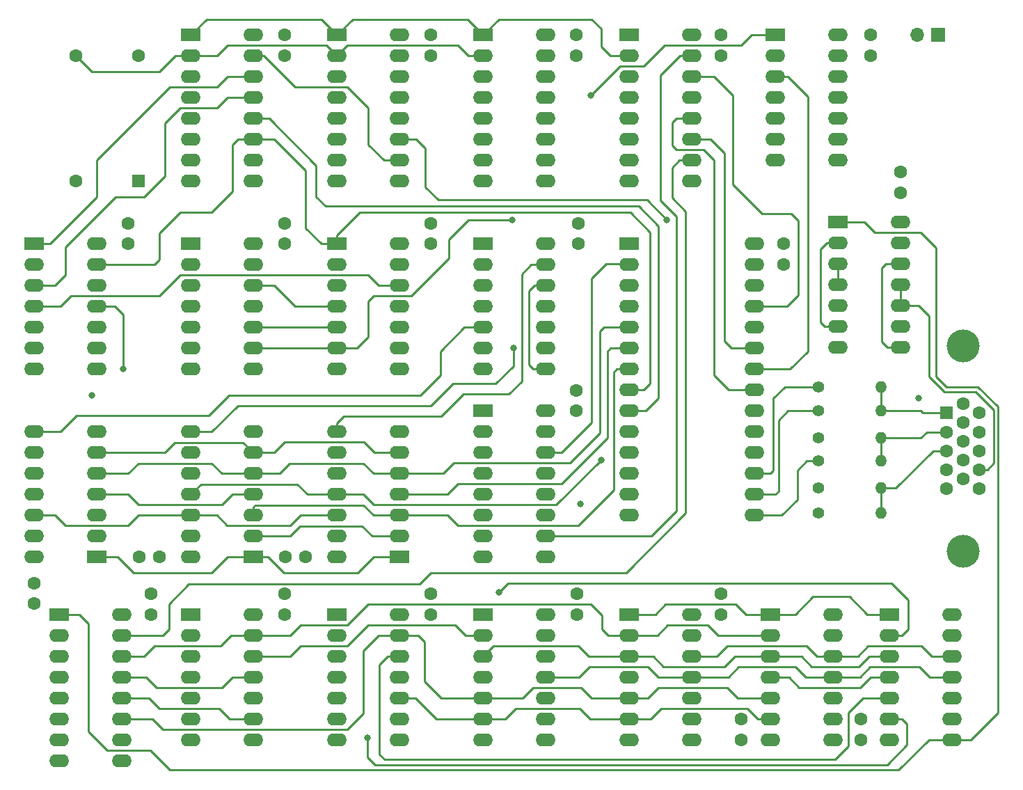
<source format=gbr>
%TF.GenerationSoftware,KiCad,Pcbnew,(5.1.8-0-10_14)*%
%TF.CreationDate,2020-12-18T11:17:03-08:00*%
%TF.ProjectId,BEN_VGA,42454e5f-5647-4412-9e6b-696361645f70,1.0*%
%TF.SameCoordinates,Original*%
%TF.FileFunction,Copper,L4,Bot*%
%TF.FilePolarity,Positive*%
%FSLAX46Y46*%
G04 Gerber Fmt 4.6, Leading zero omitted, Abs format (unit mm)*
G04 Created by KiCad (PCBNEW (5.1.8-0-10_14)) date 2020-12-18 11:17:03*
%MOMM*%
%LPD*%
G01*
G04 APERTURE LIST*
%TA.AperFunction,ComponentPad*%
%ADD10O,2.400000X1.600000*%
%TD*%
%TA.AperFunction,ComponentPad*%
%ADD11R,2.400000X1.600000*%
%TD*%
%TA.AperFunction,ComponentPad*%
%ADD12C,1.600000*%
%TD*%
%TA.AperFunction,ComponentPad*%
%ADD13R,1.600000X1.600000*%
%TD*%
%TA.AperFunction,ComponentPad*%
%ADD14O,1.700000X1.700000*%
%TD*%
%TA.AperFunction,ComponentPad*%
%ADD15R,1.700000X1.700000*%
%TD*%
%TA.AperFunction,ComponentPad*%
%ADD16O,1.400000X1.400000*%
%TD*%
%TA.AperFunction,ComponentPad*%
%ADD17C,1.400000*%
%TD*%
%TA.AperFunction,ComponentPad*%
%ADD18C,4.000000*%
%TD*%
%TA.AperFunction,ViaPad*%
%ADD19C,0.800000*%
%TD*%
%TA.AperFunction,Conductor*%
%ADD20C,0.254000*%
%TD*%
G04 APERTURE END LIST*
D10*
%TO.P,U20,14*%
%TO.N,+5V*%
X203200000Y-92583000D03*
%TO.P,U20,7*%
%TO.N,GND*%
X195580000Y-107823000D03*
%TO.P,U20,13*%
%TO.N,Net-(U18-Pad8)*%
X203200000Y-95123000D03*
%TO.P,U20,6*%
%TO.N,Net-(U20-Pad2)*%
X195580000Y-105283000D03*
%TO.P,U20,12*%
%TO.N,Net-(U20-Pad12)*%
X203200000Y-97663000D03*
%TO.P,U20,5*%
%TO.N,Net-(U16-Pad8)*%
X195580000Y-102743000D03*
%TO.P,U20,11*%
%TO.N,VSYNC*%
X203200000Y-100203000D03*
%TO.P,U20,4*%
%TO.N,/VSync/VBLANK*%
X195580000Y-100203000D03*
%TO.P,U20,10*%
%TO.N,VSYNC*%
X203200000Y-102743000D03*
%TO.P,U20,3*%
%TO.N,/VSync/VBLANK*%
X195580000Y-97663000D03*
%TO.P,U20,9*%
%TO.N,Net-(U17-Pad8)*%
X203200000Y-105283000D03*
%TO.P,U20,2*%
%TO.N,Net-(U20-Pad2)*%
X195580000Y-95123000D03*
%TO.P,U20,8*%
%TO.N,Net-(U20-Pad12)*%
X203200000Y-107823000D03*
D11*
%TO.P,U20,1*%
%TO.N,Net-(U11-Pad1)*%
X195580000Y-92583000D03*
%TD*%
D12*
%TO.P,C22,1*%
%TO.N,+5V*%
X188976000Y-95250000D03*
%TO.P,C22,2*%
%TO.N,GND*%
X188976000Y-97750000D03*
%TD*%
D10*
%TO.P,U12,16*%
%TO.N,+5V*%
X177800000Y-69850000D03*
%TO.P,U12,8*%
%TO.N,GND*%
X170180000Y-87630000D03*
%TO.P,U12,15*%
%TO.N,Net-(U12-Pad15)*%
X177800000Y-72390000D03*
%TO.P,U12,7*%
%TO.N,+5V*%
X170180000Y-85090000D03*
%TO.P,U12,14*%
%TO.N,/VSync/Q4*%
X177800000Y-74930000D03*
%TO.P,U12,6*%
%TO.N,N/C*%
X170180000Y-82550000D03*
%TO.P,U12,13*%
%TO.N,/VSync/Q5*%
X177800000Y-77470000D03*
%TO.P,U12,5*%
%TO.N,N/C*%
X170180000Y-80010000D03*
%TO.P,U12,12*%
%TO.N,/VSync/Q6*%
X177800000Y-80010000D03*
%TO.P,U12,4*%
%TO.N,N/C*%
X170180000Y-77470000D03*
%TO.P,U12,11*%
%TO.N,/VSync/Q7*%
X177800000Y-82550000D03*
%TO.P,U12,3*%
%TO.N,N/C*%
X170180000Y-74930000D03*
%TO.P,U12,10*%
%TO.N,Net-(U11-Pad15)*%
X177800000Y-85090000D03*
%TO.P,U12,2*%
%TO.N,/HSync/264*%
X170180000Y-72390000D03*
%TO.P,U12,9*%
%TO.N,+5V*%
X177800000Y-87630000D03*
D11*
%TO.P,U12,1*%
%TO.N,Net-(U11-Pad1)*%
X170180000Y-69850000D03*
%TD*%
D10*
%TO.P,U10,14*%
%TO.N,+5V*%
X160020000Y-95250000D03*
%TO.P,U10,7*%
%TO.N,GND*%
X152400000Y-110490000D03*
%TO.P,U10,13*%
%TO.N,Net-(U10-Pad13)*%
X160020000Y-97790000D03*
%TO.P,U10,6*%
%TO.N,Net-(U10-Pad2)*%
X152400000Y-107950000D03*
%TO.P,U10,12*%
%TO.N,Net-(U10-Pad12)*%
X160020000Y-100330000D03*
%TO.P,U10,5*%
%TO.N,Net-(U10-Pad5)*%
X152400000Y-105410000D03*
%TO.P,U10,11*%
%TO.N,HSYNC*%
X160020000Y-102870000D03*
%TO.P,U10,4*%
%TO.N,/HSync/HBLANK*%
X152400000Y-102870000D03*
%TO.P,U10,10*%
%TO.N,HSYNC*%
X160020000Y-105410000D03*
%TO.P,U10,3*%
%TO.N,/HSync/HBLANK*%
X152400000Y-100330000D03*
%TO.P,U10,9*%
%TO.N,Net-(U10-Pad9)*%
X160020000Y-107950000D03*
%TO.P,U10,2*%
%TO.N,Net-(U10-Pad2)*%
X152400000Y-97790000D03*
%TO.P,U10,8*%
%TO.N,Net-(U10-Pad12)*%
X160020000Y-110490000D03*
D11*
%TO.P,U10,1*%
%TO.N,/HSync/264*%
X152400000Y-95250000D03*
%TD*%
D10*
%TO.P,U23,14*%
%TO.N,+5V*%
X195580000Y-69850000D03*
%TO.P,U23,7*%
%TO.N,GND*%
X187960000Y-85090000D03*
%TO.P,U23,13*%
%TO.N,N/C*%
X195580000Y-72390000D03*
%TO.P,U23,6*%
X187960000Y-82550000D03*
%TO.P,U23,12*%
X195580000Y-74930000D03*
%TO.P,U23,5*%
X187960000Y-80010000D03*
%TO.P,U23,11*%
X195580000Y-77470000D03*
%TO.P,U23,4*%
X187960000Y-77470000D03*
%TO.P,U23,10*%
X195580000Y-80010000D03*
%TO.P,U23,3*%
%TO.N,Net-(U22-Pad22)*%
X187960000Y-74930000D03*
%TO.P,U23,9*%
%TO.N,N/C*%
X195580000Y-82550000D03*
%TO.P,U23,2*%
%TO.N,/VSync/VBLANK*%
X187960000Y-72390000D03*
%TO.P,U23,8*%
%TO.N,N/C*%
X195580000Y-85090000D03*
D11*
%TO.P,U23,1*%
%TO.N,/HSync/HBLANK*%
X187960000Y-69850000D03*
%TD*%
D10*
%TO.P,U19,14*%
%TO.N,GND*%
X209423000Y-140335000D03*
%TO.P,U19,7*%
%TO.N,+5V*%
X201803000Y-155575000D03*
%TO.P,U19,13*%
%TO.N,N/C*%
X209423000Y-142875000D03*
%TO.P,U19,6*%
%TO.N,/VSync/Q5*%
X201803000Y-153035000D03*
%TO.P,U19,12*%
%TO.N,/VSync/Q4*%
X209423000Y-145415000D03*
%TO.P,U19,5*%
%TO.N,Net-(U15-Pad12)*%
X201803000Y-150495000D03*
%TO.P,U19,11*%
%TO.N,/VSync/Q6*%
X209423000Y-147955000D03*
%TO.P,U19,4*%
%TO.N,/VSync/Q2*%
X201803000Y-147955000D03*
%TO.P,U19,10*%
%TO.N,N/C*%
X209423000Y-150495000D03*
%TO.P,U19,3*%
%TO.N,Net-(U14-Pad10)*%
X201803000Y-145415000D03*
%TO.P,U19,9*%
%TO.N,N/C*%
X209423000Y-153035000D03*
%TO.P,U19,2*%
%TO.N,Net-(U14-Pad12)*%
X201803000Y-142875000D03*
%TO.P,U19,8*%
%TO.N,Net-(U11-Pad1)*%
X209423000Y-155575000D03*
D11*
%TO.P,U19,1*%
%TO.N,/VSync/Q9*%
X201803000Y-140335000D03*
%TD*%
D10*
%TO.P,U18,14*%
%TO.N,GND*%
X194945000Y-140335000D03*
%TO.P,U18,7*%
%TO.N,+5V*%
X187325000Y-155575000D03*
%TO.P,U18,13*%
%TO.N,N/C*%
X194945000Y-142875000D03*
%TO.P,U18,6*%
%TO.N,Net-(U15-Pad10)*%
X187325000Y-153035000D03*
%TO.P,U18,12*%
%TO.N,/VSync/Q4*%
X194945000Y-145415000D03*
%TO.P,U18,5*%
%TO.N,/VSync/Q3*%
X187325000Y-150495000D03*
%TO.P,U18,11*%
%TO.N,/VSync/Q6*%
X194945000Y-147955000D03*
%TO.P,U18,4*%
%TO.N,/VSync/Q2*%
X187325000Y-147955000D03*
%TO.P,U18,10*%
%TO.N,N/C*%
X194945000Y-150495000D03*
%TO.P,U18,3*%
%TO.N,Net-(U14-Pad10)*%
X187325000Y-145415000D03*
%TO.P,U18,9*%
%TO.N,N/C*%
X194945000Y-153035000D03*
%TO.P,U18,2*%
%TO.N,/VSync/Q0*%
X187325000Y-142875000D03*
%TO.P,U18,8*%
%TO.N,Net-(U18-Pad8)*%
X194945000Y-155575000D03*
D11*
%TO.P,U18,1*%
%TO.N,/VSync/Q9*%
X187325000Y-140335000D03*
%TD*%
D10*
%TO.P,U17,14*%
%TO.N,+5V*%
X177800000Y-140335000D03*
%TO.P,U17,7*%
%TO.N,GND*%
X170180000Y-155575000D03*
%TO.P,U17,13*%
%TO.N,N/C*%
X177800000Y-142875000D03*
%TO.P,U17,6*%
%TO.N,Net-(U15-Pad10)*%
X170180000Y-153035000D03*
%TO.P,U17,12*%
%TO.N,/VSync/Q4*%
X177800000Y-145415000D03*
%TO.P,U17,5*%
%TO.N,/VSync/Q3*%
X170180000Y-150495000D03*
%TO.P,U17,11*%
%TO.N,/VSync/Q6*%
X177800000Y-147955000D03*
%TO.P,U17,4*%
%TO.N,Net-(U14-Pad8)*%
X170180000Y-147955000D03*
%TO.P,U17,10*%
%TO.N,N/C*%
X177800000Y-150495000D03*
%TO.P,U17,3*%
%TO.N,Net-(U14-Pad10)*%
X170180000Y-145415000D03*
%TO.P,U17,9*%
%TO.N,N/C*%
X177800000Y-153035000D03*
%TO.P,U17,2*%
%TO.N,/VSync/Q0*%
X170180000Y-142875000D03*
%TO.P,U17,8*%
%TO.N,Net-(U17-Pad8)*%
X177800000Y-155575000D03*
D11*
%TO.P,U17,1*%
%TO.N,/VSync/Q9*%
X170180000Y-140335000D03*
%TD*%
D10*
%TO.P,U16,14*%
%TO.N,+5V*%
X160020000Y-140335000D03*
%TO.P,U16,7*%
%TO.N,GND*%
X152400000Y-155575000D03*
%TO.P,U16,13*%
%TO.N,N/C*%
X160020000Y-142875000D03*
%TO.P,U16,6*%
%TO.N,Net-(U15-Pad10)*%
X152400000Y-153035000D03*
%TO.P,U16,12*%
%TO.N,/VSync/Q4*%
X160020000Y-145415000D03*
%TO.P,U16,5*%
%TO.N,/VSync/Q3*%
X152400000Y-150495000D03*
%TO.P,U16,11*%
%TO.N,/VSync/Q6*%
X160020000Y-147955000D03*
%TO.P,U16,4*%
%TO.N,Net-(U14-Pad8)*%
X152400000Y-147955000D03*
%TO.P,U16,10*%
%TO.N,N/C*%
X160020000Y-150495000D03*
%TO.P,U16,3*%
%TO.N,Net-(U14-Pad10)*%
X152400000Y-145415000D03*
%TO.P,U16,9*%
%TO.N,N/C*%
X160020000Y-153035000D03*
%TO.P,U16,2*%
%TO.N,Net-(U14-Pad12)*%
X152400000Y-142875000D03*
%TO.P,U16,8*%
%TO.N,Net-(U16-Pad8)*%
X160020000Y-155575000D03*
D11*
%TO.P,U16,1*%
%TO.N,/VSync/Q9*%
X152400000Y-140335000D03*
%TD*%
D10*
%TO.P,U15,14*%
%TO.N,+5V*%
X142240000Y-140335000D03*
%TO.P,U15,7*%
%TO.N,GND*%
X134620000Y-155575000D03*
%TO.P,U15,13*%
%TO.N,/VSync/Q3*%
X142240000Y-142875000D03*
%TO.P,U15,6*%
%TO.N,N/C*%
X134620000Y-153035000D03*
%TO.P,U15,12*%
%TO.N,Net-(U15-Pad12)*%
X142240000Y-145415000D03*
%TO.P,U15,5*%
%TO.N,N/C*%
X134620000Y-150495000D03*
%TO.P,U15,11*%
%TO.N,/VSync/Q5*%
X142240000Y-147955000D03*
%TO.P,U15,4*%
%TO.N,N/C*%
X134620000Y-147955000D03*
%TO.P,U15,10*%
%TO.N,Net-(U15-Pad10)*%
X142240000Y-150495000D03*
%TO.P,U15,3*%
%TO.N,N/C*%
X134620000Y-145415000D03*
%TO.P,U15,9*%
X142240000Y-153035000D03*
%TO.P,U15,2*%
X134620000Y-142875000D03*
%TO.P,U15,8*%
X142240000Y-155575000D03*
D11*
%TO.P,U15,1*%
X134620000Y-140335000D03*
%TD*%
D10*
%TO.P,U14,14*%
%TO.N,+5V*%
X124460000Y-140335000D03*
%TO.P,U14,7*%
%TO.N,GND*%
X116840000Y-155575000D03*
%TO.P,U14,13*%
%TO.N,/VSync/Q0*%
X124460000Y-142875000D03*
%TO.P,U14,6*%
%TO.N,N/C*%
X116840000Y-153035000D03*
%TO.P,U14,12*%
%TO.N,Net-(U14-Pad12)*%
X124460000Y-145415000D03*
%TO.P,U14,5*%
%TO.N,N/C*%
X116840000Y-150495000D03*
%TO.P,U14,11*%
%TO.N,/VSync/Q1*%
X124460000Y-147955000D03*
%TO.P,U14,4*%
%TO.N,N/C*%
X116840000Y-147955000D03*
%TO.P,U14,10*%
%TO.N,Net-(U14-Pad10)*%
X124460000Y-150495000D03*
%TO.P,U14,3*%
%TO.N,N/C*%
X116840000Y-145415000D03*
%TO.P,U14,9*%
%TO.N,/VSync/Q2*%
X124460000Y-153035000D03*
%TO.P,U14,2*%
%TO.N,N/C*%
X116840000Y-142875000D03*
%TO.P,U14,8*%
%TO.N,Net-(U14-Pad8)*%
X124460000Y-155575000D03*
D11*
%TO.P,U14,1*%
%TO.N,N/C*%
X116840000Y-140335000D03*
%TD*%
D10*
%TO.P,U13,16*%
%TO.N,+5V*%
X160020000Y-115570000D03*
%TO.P,U13,8*%
%TO.N,GND*%
X152400000Y-133350000D03*
%TO.P,U13,15*%
%TO.N,N/C*%
X160020000Y-118110000D03*
%TO.P,U13,7*%
%TO.N,+5V*%
X152400000Y-130810000D03*
%TO.P,U13,14*%
%TO.N,/VSync/Q8*%
X160020000Y-120650000D03*
%TO.P,U13,6*%
%TO.N,N/C*%
X152400000Y-128270000D03*
%TO.P,U13,13*%
%TO.N,/VSync/Q9*%
X160020000Y-123190000D03*
%TO.P,U13,5*%
%TO.N,N/C*%
X152400000Y-125730000D03*
%TO.P,U13,12*%
X160020000Y-125730000D03*
%TO.P,U13,4*%
X152400000Y-123190000D03*
%TO.P,U13,11*%
X160020000Y-128270000D03*
%TO.P,U13,3*%
X152400000Y-120650000D03*
%TO.P,U13,10*%
%TO.N,Net-(U12-Pad15)*%
X160020000Y-130810000D03*
%TO.P,U13,2*%
%TO.N,/HSync/264*%
X152400000Y-118110000D03*
%TO.P,U13,9*%
%TO.N,+5V*%
X160020000Y-133350000D03*
D11*
%TO.P,U13,1*%
%TO.N,Net-(U11-Pad1)*%
X152400000Y-115570000D03*
%TD*%
D10*
%TO.P,U11,16*%
%TO.N,+5V*%
X108458000Y-140335000D03*
%TO.P,U11,8*%
%TO.N,GND*%
X100838000Y-158115000D03*
%TO.P,U11,15*%
%TO.N,Net-(U11-Pad15)*%
X108458000Y-142875000D03*
%TO.P,U11,7*%
%TO.N,+5V*%
X100838000Y-155575000D03*
%TO.P,U11,14*%
%TO.N,/VSync/Q0*%
X108458000Y-145415000D03*
%TO.P,U11,6*%
%TO.N,N/C*%
X100838000Y-153035000D03*
%TO.P,U11,13*%
%TO.N,/VSync/Q1*%
X108458000Y-147955000D03*
%TO.P,U11,5*%
%TO.N,N/C*%
X100838000Y-150495000D03*
%TO.P,U11,12*%
%TO.N,/VSync/Q2*%
X108458000Y-150495000D03*
%TO.P,U11,4*%
%TO.N,N/C*%
X100838000Y-147955000D03*
%TO.P,U11,11*%
%TO.N,/VSync/Q3*%
X108458000Y-153035000D03*
%TO.P,U11,3*%
%TO.N,N/C*%
X100838000Y-145415000D03*
%TO.P,U11,10*%
%TO.N,+5V*%
X108458000Y-155575000D03*
%TO.P,U11,2*%
%TO.N,/HSync/264*%
X100838000Y-142875000D03*
%TO.P,U11,9*%
%TO.N,+5V*%
X108458000Y-158115000D03*
D11*
%TO.P,U11,1*%
%TO.N,Net-(U11-Pad1)*%
X100838000Y-140335000D03*
%TD*%
D12*
%TO.P,X1,7*%
%TO.N,GND*%
X110490000Y-72390000D03*
%TO.P,X1,8*%
%TO.N,/HSync/CLK*%
X102870000Y-72390000D03*
%TO.P,X1,14*%
%TO.N,+5V*%
X102870000Y-87630000D03*
D13*
%TO.P,X1,1*%
X110490000Y-87630000D03*
%TD*%
D10*
%TO.P,U9,14*%
%TO.N,+5V*%
X142240000Y-95250000D03*
%TO.P,U9,7*%
%TO.N,GND*%
X134620000Y-110490000D03*
%TO.P,U9,13*%
%TO.N,N/C*%
X142240000Y-97790000D03*
%TO.P,U9,6*%
%TO.N,/HSync/Q8*%
X134620000Y-107950000D03*
%TO.P,U9,12*%
%TO.N,Net-(U4-Pad4)*%
X142240000Y-100330000D03*
%TO.P,U9,5*%
%TO.N,Net-(U5-Pad10)*%
X134620000Y-105410000D03*
%TO.P,U9,11*%
%TO.N,Net-(U4-Pad6)*%
X142240000Y-102870000D03*
%TO.P,U9,4*%
%TO.N,Net-(U5-Pad12)*%
X134620000Y-102870000D03*
%TO.P,U9,10*%
%TO.N,N/C*%
X142240000Y-105410000D03*
%TO.P,U9,3*%
%TO.N,Net-(U4-Pad8)*%
X134620000Y-100330000D03*
%TO.P,U9,9*%
%TO.N,N/C*%
X142240000Y-107950000D03*
%TO.P,U9,2*%
%TO.N,Net-(U4-Pad10)*%
X134620000Y-97790000D03*
%TO.P,U9,8*%
%TO.N,/HSync/264*%
X142240000Y-110490000D03*
D11*
%TO.P,U9,1*%
%TO.N,/HSync/Q3*%
X134620000Y-95250000D03*
%TD*%
D10*
%TO.P,U8,14*%
%TO.N,+5V*%
X134620000Y-133350000D03*
%TO.P,U8,7*%
%TO.N,GND*%
X142240000Y-118110000D03*
%TO.P,U8,13*%
%TO.N,N/C*%
X134620000Y-130810000D03*
%TO.P,U8,6*%
%TO.N,/HSync/Q7*%
X142240000Y-120650000D03*
%TO.P,U8,12*%
%TO.N,Net-(U4-Pad2)*%
X134620000Y-128270000D03*
%TO.P,U8,5*%
%TO.N,/HSync/Q6*%
X142240000Y-123190000D03*
%TO.P,U8,11*%
%TO.N,/HSync/Q1*%
X134620000Y-125730000D03*
%TO.P,U8,4*%
%TO.N,/HSync/Q5*%
X142240000Y-125730000D03*
%TO.P,U8,10*%
%TO.N,N/C*%
X134620000Y-123190000D03*
%TO.P,U8,3*%
%TO.N,/HSync/Q4*%
X142240000Y-128270000D03*
%TO.P,U8,9*%
%TO.N,N/C*%
X134620000Y-120650000D03*
%TO.P,U8,2*%
%TO.N,Net-(U4-Pad12)*%
X142240000Y-130810000D03*
%TO.P,U8,8*%
%TO.N,Net-(U10-Pad13)*%
X134620000Y-118110000D03*
D11*
%TO.P,U8,1*%
%TO.N,Net-(U4-Pad6)*%
X142240000Y-133350000D03*
%TD*%
D10*
%TO.P,U7,14*%
%TO.N,+5V*%
X116840000Y-133350000D03*
%TO.P,U7,7*%
%TO.N,GND*%
X124460000Y-118110000D03*
%TO.P,U7,13*%
%TO.N,N/C*%
X116840000Y-130810000D03*
%TO.P,U7,6*%
%TO.N,/HSync/Q7*%
X124460000Y-120650000D03*
%TO.P,U7,12*%
%TO.N,Net-(U4-Pad2)*%
X116840000Y-128270000D03*
%TO.P,U7,5*%
%TO.N,/HSync/Q6*%
X124460000Y-123190000D03*
%TO.P,U7,11*%
%TO.N,/HSync/Q1*%
X116840000Y-125730000D03*
%TO.P,U7,4*%
%TO.N,Net-(U4-Pad8)*%
X124460000Y-125730000D03*
%TO.P,U7,10*%
%TO.N,N/C*%
X116840000Y-123190000D03*
%TO.P,U7,3*%
%TO.N,/HSync/Q4*%
X124460000Y-128270000D03*
%TO.P,U7,9*%
%TO.N,N/C*%
X116840000Y-120650000D03*
%TO.P,U7,2*%
%TO.N,Net-(U4-Pad12)*%
X124460000Y-130810000D03*
%TO.P,U7,8*%
%TO.N,Net-(U10-Pad9)*%
X116840000Y-118110000D03*
D11*
%TO.P,U7,1*%
%TO.N,Net-(U4-Pad6)*%
X124460000Y-133350000D03*
%TD*%
D10*
%TO.P,U6,14*%
%TO.N,+5V*%
X97790000Y-133350000D03*
%TO.P,U6,7*%
%TO.N,GND*%
X105410000Y-118110000D03*
%TO.P,U6,13*%
%TO.N,N/C*%
X97790000Y-130810000D03*
%TO.P,U6,6*%
%TO.N,/HSync/Q7*%
X105410000Y-120650000D03*
%TO.P,U6,12*%
%TO.N,Net-(U4-Pad2)*%
X97790000Y-128270000D03*
%TO.P,U6,5*%
%TO.N,/HSync/Q6*%
X105410000Y-123190000D03*
%TO.P,U6,11*%
%TO.N,Net-(U4-Pad4)*%
X97790000Y-125730000D03*
%TO.P,U6,4*%
%TO.N,Net-(U4-Pad8)*%
X105410000Y-125730000D03*
%TO.P,U6,10*%
%TO.N,N/C*%
X97790000Y-123190000D03*
%TO.P,U6,3*%
%TO.N,Net-(U4-Pad10)*%
X105410000Y-128270000D03*
%TO.P,U6,9*%
%TO.N,N/C*%
X97790000Y-120650000D03*
%TO.P,U6,2*%
%TO.N,/HSync/Q3*%
X105410000Y-130810000D03*
%TO.P,U6,8*%
%TO.N,Net-(U10-Pad5)*%
X97790000Y-118110000D03*
D11*
%TO.P,U6,1*%
%TO.N,Net-(U4-Pad6)*%
X105410000Y-133350000D03*
%TD*%
D10*
%TO.P,U3,16*%
%TO.N,+5V*%
X160020000Y-69850000D03*
%TO.P,U3,8*%
%TO.N,GND*%
X152400000Y-87630000D03*
%TO.P,U3,15*%
%TO.N,N/C*%
X160020000Y-72390000D03*
%TO.P,U3,7*%
%TO.N,+5V*%
X152400000Y-85090000D03*
%TO.P,U3,14*%
%TO.N,/HSync/Q8*%
X160020000Y-74930000D03*
%TO.P,U3,6*%
%TO.N,N/C*%
X152400000Y-82550000D03*
%TO.P,U3,13*%
X160020000Y-77470000D03*
%TO.P,U3,5*%
X152400000Y-80010000D03*
%TO.P,U3,12*%
X160020000Y-80010000D03*
%TO.P,U3,4*%
X152400000Y-77470000D03*
%TO.P,U3,11*%
X160020000Y-82550000D03*
%TO.P,U3,3*%
X152400000Y-74930000D03*
%TO.P,U3,10*%
%TO.N,Net-(U2-Pad15)*%
X160020000Y-85090000D03*
%TO.P,U3,2*%
%TO.N,/HSync/CLK*%
X152400000Y-72390000D03*
%TO.P,U3,9*%
%TO.N,+5V*%
X160020000Y-87630000D03*
D11*
%TO.P,U3,1*%
%TO.N,/HSync/264*%
X152400000Y-69850000D03*
%TD*%
D10*
%TO.P,U2,16*%
%TO.N,+5V*%
X142240000Y-69850000D03*
%TO.P,U2,8*%
%TO.N,GND*%
X134620000Y-87630000D03*
%TO.P,U2,15*%
%TO.N,Net-(U2-Pad15)*%
X142240000Y-72390000D03*
%TO.P,U2,7*%
%TO.N,+5V*%
X134620000Y-85090000D03*
%TO.P,U2,14*%
%TO.N,/HSync/Q4*%
X142240000Y-74930000D03*
%TO.P,U2,6*%
%TO.N,N/C*%
X134620000Y-82550000D03*
%TO.P,U2,13*%
%TO.N,/HSync/Q5*%
X142240000Y-77470000D03*
%TO.P,U2,5*%
%TO.N,N/C*%
X134620000Y-80010000D03*
%TO.P,U2,12*%
%TO.N,/HSync/Q6*%
X142240000Y-80010000D03*
%TO.P,U2,4*%
%TO.N,N/C*%
X134620000Y-77470000D03*
%TO.P,U2,11*%
%TO.N,/HSync/Q7*%
X142240000Y-82550000D03*
%TO.P,U2,3*%
%TO.N,N/C*%
X134620000Y-74930000D03*
%TO.P,U2,10*%
%TO.N,Net-(U1-Pad15)*%
X142240000Y-85090000D03*
%TO.P,U2,2*%
%TO.N,/HSync/CLK*%
X134620000Y-72390000D03*
%TO.P,U2,9*%
%TO.N,+5V*%
X142240000Y-87630000D03*
D11*
%TO.P,U2,1*%
%TO.N,/HSync/264*%
X134620000Y-69850000D03*
%TD*%
D10*
%TO.P,U1,16*%
%TO.N,+5V*%
X124460000Y-69850000D03*
%TO.P,U1,8*%
%TO.N,GND*%
X116840000Y-87630000D03*
%TO.P,U1,15*%
%TO.N,Net-(U1-Pad15)*%
X124460000Y-72390000D03*
%TO.P,U1,7*%
%TO.N,+5V*%
X116840000Y-85090000D03*
%TO.P,U1,14*%
%TO.N,/HSync/Q0*%
X124460000Y-74930000D03*
%TO.P,U1,6*%
%TO.N,N/C*%
X116840000Y-82550000D03*
%TO.P,U1,13*%
%TO.N,/HSync/Q1*%
X124460000Y-77470000D03*
%TO.P,U1,5*%
%TO.N,N/C*%
X116840000Y-80010000D03*
%TO.P,U1,12*%
%TO.N,/HSync/Q2*%
X124460000Y-80010000D03*
%TO.P,U1,4*%
%TO.N,N/C*%
X116840000Y-77470000D03*
%TO.P,U1,11*%
%TO.N,/HSync/Q3*%
X124460000Y-82550000D03*
%TO.P,U1,3*%
%TO.N,N/C*%
X116840000Y-74930000D03*
%TO.P,U1,10*%
%TO.N,+5V*%
X124460000Y-85090000D03*
%TO.P,U1,2*%
%TO.N,/HSync/CLK*%
X116840000Y-72390000D03*
%TO.P,U1,9*%
%TO.N,+5V*%
X124460000Y-87630000D03*
D11*
%TO.P,U1,1*%
%TO.N,/HSync/264*%
X116840000Y-69850000D03*
%TD*%
D10*
%TO.P,U5,14*%
%TO.N,+5V*%
X124460000Y-95250000D03*
%TO.P,U5,7*%
%TO.N,GND*%
X116840000Y-110490000D03*
%TO.P,U5,13*%
%TO.N,/HSync/Q6*%
X124460000Y-97790000D03*
%TO.P,U5,6*%
%TO.N,N/C*%
X116840000Y-107950000D03*
%TO.P,U5,12*%
%TO.N,Net-(U5-Pad12)*%
X124460000Y-100330000D03*
%TO.P,U5,5*%
%TO.N,N/C*%
X116840000Y-105410000D03*
%TO.P,U5,11*%
%TO.N,/HSync/Q7*%
X124460000Y-102870000D03*
%TO.P,U5,4*%
%TO.N,N/C*%
X116840000Y-102870000D03*
%TO.P,U5,10*%
%TO.N,Net-(U5-Pad10)*%
X124460000Y-105410000D03*
%TO.P,U5,3*%
%TO.N,N/C*%
X116840000Y-100330000D03*
%TO.P,U5,9*%
%TO.N,/HSync/Q8*%
X124460000Y-107950000D03*
%TO.P,U5,2*%
%TO.N,N/C*%
X116840000Y-97790000D03*
%TO.P,U5,8*%
X124460000Y-110490000D03*
D11*
%TO.P,U5,1*%
X116840000Y-95250000D03*
%TD*%
D10*
%TO.P,U4,14*%
%TO.N,+5V*%
X105410000Y-95250000D03*
%TO.P,U4,7*%
%TO.N,GND*%
X97790000Y-110490000D03*
%TO.P,U4,13*%
%TO.N,/HSync/Q3*%
X105410000Y-97790000D03*
%TO.P,U4,6*%
%TO.N,Net-(U4-Pad6)*%
X97790000Y-107950000D03*
%TO.P,U4,12*%
%TO.N,Net-(U4-Pad12)*%
X105410000Y-100330000D03*
%TO.P,U4,5*%
%TO.N,/HSync/Q2*%
X97790000Y-105410000D03*
%TO.P,U4,11*%
%TO.N,/HSync/Q4*%
X105410000Y-102870000D03*
%TO.P,U4,4*%
%TO.N,Net-(U4-Pad4)*%
X97790000Y-102870000D03*
%TO.P,U4,10*%
%TO.N,Net-(U4-Pad10)*%
X105410000Y-105410000D03*
%TO.P,U4,3*%
%TO.N,/HSync/Q1*%
X97790000Y-100330000D03*
%TO.P,U4,9*%
%TO.N,/HSync/Q5*%
X105410000Y-107950000D03*
%TO.P,U4,2*%
%TO.N,Net-(U4-Pad2)*%
X97790000Y-97790000D03*
%TO.P,U4,8*%
%TO.N,Net-(U4-Pad8)*%
X105410000Y-110490000D03*
D11*
%TO.P,U4,1*%
%TO.N,/HSync/Q0*%
X97790000Y-95250000D03*
%TD*%
D10*
%TO.P,U22,28*%
%TO.N,+5V*%
X185420000Y-95250000D03*
%TO.P,U22,14*%
%TO.N,GND*%
X170180000Y-128270000D03*
%TO.P,U22,27*%
%TO.N,+5V*%
X185420000Y-97790000D03*
%TO.P,U22,13*%
%TO.N,Net-(R4-Pad1)*%
X170180000Y-125730000D03*
%TO.P,U22,26*%
%TO.N,/VSync/Q9*%
X185420000Y-100330000D03*
%TO.P,U22,12*%
%TO.N,Net-(R5-Pad1)*%
X170180000Y-123190000D03*
%TO.P,U22,25*%
%TO.N,/VSync/Q4*%
X185420000Y-102870000D03*
%TO.P,U22,11*%
%TO.N,Net-(R6-Pad1)*%
X170180000Y-120650000D03*
%TO.P,U22,24*%
%TO.N,/VSync/Q5*%
X185420000Y-105410000D03*
%TO.P,U22,10*%
%TO.N,/HSync/Q1*%
X170180000Y-118110000D03*
%TO.P,U22,23*%
%TO.N,/VSync/Q7*%
X185420000Y-107950000D03*
%TO.P,U22,9*%
%TO.N,/HSync/Q2*%
X170180000Y-115570000D03*
%TO.P,U22,22*%
%TO.N,Net-(U22-Pad22)*%
X185420000Y-110490000D03*
%TO.P,U22,8*%
%TO.N,/HSync/Q3*%
X170180000Y-113030000D03*
%TO.P,U22,21*%
%TO.N,/VSync/Q6*%
X185420000Y-113030000D03*
%TO.P,U22,7*%
%TO.N,/HSync/Q4*%
X170180000Y-110490000D03*
%TO.P,U22,20*%
%TO.N,GND*%
X185420000Y-115570000D03*
%TO.P,U22,6*%
%TO.N,/HSync/Q5*%
X170180000Y-107950000D03*
%TO.P,U22,19*%
%TO.N,N/C*%
X185420000Y-118110000D03*
%TO.P,U22,5*%
%TO.N,/HSync/Q6*%
X170180000Y-105410000D03*
%TO.P,U22,18*%
%TO.N,N/C*%
X185420000Y-120650000D03*
%TO.P,U22,4*%
%TO.N,/HSync/Q7*%
X170180000Y-102870000D03*
%TO.P,U22,17*%
%TO.N,Net-(R1-Pad1)*%
X185420000Y-123190000D03*
%TO.P,U22,3*%
%TO.N,/VSync/Q3*%
X170180000Y-100330000D03*
%TO.P,U22,16*%
%TO.N,Net-(R2-Pad1)*%
X185420000Y-125730000D03*
%TO.P,U22,2*%
%TO.N,/VSync/Q8*%
X170180000Y-97790000D03*
%TO.P,U22,15*%
%TO.N,Net-(R3-Pad1)*%
X185420000Y-128270000D03*
D11*
%TO.P,U22,1*%
%TO.N,GND*%
X170180000Y-95250000D03*
%TD*%
D14*
%TO.P,J2,2*%
%TO.N,GND*%
X205232000Y-69850000D03*
D15*
%TO.P,J2,1*%
%TO.N,+5V*%
X207772000Y-69850000D03*
%TD*%
D12*
%TO.P,C21,1*%
%TO.N,+5V*%
X199517000Y-69850000D03*
%TO.P,C21,2*%
%TO.N,GND*%
X199517000Y-72350000D03*
%TD*%
%TO.P,C20,1*%
%TO.N,+5V*%
X203200000Y-89027000D03*
%TO.P,C20,2*%
%TO.N,GND*%
X203200000Y-86527000D03*
%TD*%
%TO.P,C19,1*%
%TO.N,+5V*%
X198374000Y-155575000D03*
%TO.P,C19,2*%
%TO.N,GND*%
X198374000Y-153075000D03*
%TD*%
%TO.P,C18,1*%
%TO.N,+5V*%
X183769000Y-155575000D03*
%TO.P,C18,2*%
%TO.N,GND*%
X183769000Y-153075000D03*
%TD*%
%TO.P,C17,1*%
%TO.N,+5V*%
X181356000Y-140335000D03*
%TO.P,C17,2*%
%TO.N,GND*%
X181356000Y-137835000D03*
%TD*%
%TO.P,C16,1*%
%TO.N,+5V*%
X163830000Y-140335000D03*
%TO.P,C16,2*%
%TO.N,GND*%
X163830000Y-137835000D03*
%TD*%
%TO.P,C15,1*%
%TO.N,+5V*%
X146050000Y-140335000D03*
%TO.P,C15,2*%
%TO.N,GND*%
X146050000Y-137835000D03*
%TD*%
%TO.P,C14,1*%
%TO.N,+5V*%
X128270000Y-140335000D03*
%TO.P,C14,2*%
%TO.N,GND*%
X128270000Y-137835000D03*
%TD*%
%TO.P,C13,1*%
%TO.N,+5V*%
X163703000Y-115570000D03*
%TO.P,C13,2*%
%TO.N,GND*%
X163703000Y-113070000D03*
%TD*%
%TO.P,C12,1*%
%TO.N,+5V*%
X181356000Y-69850000D03*
%TO.P,C12,2*%
%TO.N,GND*%
X181356000Y-72350000D03*
%TD*%
%TO.P,C11,1*%
%TO.N,+5V*%
X112014000Y-140335000D03*
%TO.P,C11,2*%
%TO.N,GND*%
X112014000Y-137835000D03*
%TD*%
%TO.P,C10,1*%
%TO.N,+5V*%
X163957000Y-95250000D03*
%TO.P,C10,2*%
%TO.N,GND*%
X163957000Y-92750000D03*
%TD*%
%TO.P,C9,1*%
%TO.N,+5V*%
X146050000Y-95250000D03*
%TO.P,C9,2*%
%TO.N,GND*%
X146050000Y-92750000D03*
%TD*%
%TO.P,C8,1*%
%TO.N,+5V*%
X130810000Y-133350000D03*
%TO.P,C8,2*%
%TO.N,GND*%
X128310000Y-133350000D03*
%TD*%
%TO.P,C7,1*%
%TO.N,+5V*%
X113030000Y-133350000D03*
%TO.P,C7,2*%
%TO.N,GND*%
X110530000Y-133350000D03*
%TD*%
%TO.P,C6,1*%
%TO.N,+5V*%
X97790000Y-136525000D03*
%TO.P,C6,2*%
%TO.N,GND*%
X97790000Y-139025000D03*
%TD*%
%TO.P,C5,1*%
%TO.N,+5V*%
X128270000Y-95250000D03*
%TO.P,C5,2*%
%TO.N,GND*%
X128270000Y-92750000D03*
%TD*%
%TO.P,C4,1*%
%TO.N,+5V*%
X109220000Y-95250000D03*
%TO.P,C4,2*%
%TO.N,GND*%
X109220000Y-92750000D03*
%TD*%
%TO.P,C3,1*%
%TO.N,+5V*%
X163703000Y-69850000D03*
%TO.P,C3,2*%
%TO.N,GND*%
X163703000Y-72350000D03*
%TD*%
%TO.P,C2,1*%
%TO.N,+5V*%
X146050000Y-69850000D03*
%TO.P,C2,2*%
%TO.N,GND*%
X146050000Y-72350000D03*
%TD*%
%TO.P,C1,1*%
%TO.N,+5V*%
X128270000Y-69850000D03*
%TO.P,C1,2*%
%TO.N,GND*%
X128270000Y-72350000D03*
%TD*%
D16*
%TO.P,R6,2*%
%TO.N,Net-(J1-Pad3)*%
X200787000Y-128016000D03*
D17*
%TO.P,R6,1*%
%TO.N,Net-(R6-Pad1)*%
X193167000Y-128016000D03*
%TD*%
D16*
%TO.P,R5,2*%
%TO.N,Net-(J1-Pad3)*%
X200787000Y-124968000D03*
D17*
%TO.P,R5,1*%
%TO.N,Net-(R5-Pad1)*%
X193167000Y-124968000D03*
%TD*%
D16*
%TO.P,R4,2*%
%TO.N,Net-(J1-Pad2)*%
X200787000Y-118872000D03*
D17*
%TO.P,R4,1*%
%TO.N,Net-(R4-Pad1)*%
X193167000Y-118872000D03*
%TD*%
D16*
%TO.P,R3,2*%
%TO.N,Net-(J1-Pad2)*%
X200787000Y-121666000D03*
D17*
%TO.P,R3,1*%
%TO.N,Net-(R3-Pad1)*%
X193167000Y-121666000D03*
%TD*%
D16*
%TO.P,R2,2*%
%TO.N,Net-(J1-Pad1)*%
X200787000Y-115570000D03*
D17*
%TO.P,R2,1*%
%TO.N,Net-(R2-Pad1)*%
X193167000Y-115570000D03*
%TD*%
D16*
%TO.P,R1,2*%
%TO.N,Net-(J1-Pad1)*%
X200787000Y-112649000D03*
D17*
%TO.P,R1,1*%
%TO.N,Net-(R1-Pad1)*%
X193167000Y-112649000D03*
%TD*%
D18*
%TO.P,J1,0*%
%TO.N,N/C*%
X210838000Y-107639000D03*
X210838000Y-132639000D03*
D12*
%TO.P,J1,15*%
X212748000Y-124984000D03*
%TO.P,J1,14*%
%TO.N,VSYNC*%
X212748000Y-122694000D03*
%TO.P,J1,13*%
%TO.N,HSYNC*%
X212748000Y-120404000D03*
%TO.P,J1,12*%
%TO.N,N/C*%
X212748000Y-118114000D03*
%TO.P,J1,11*%
X212748000Y-115824000D03*
%TO.P,J1,10*%
%TO.N,GND*%
X210768000Y-123839000D03*
%TO.P,J1,9*%
%TO.N,N/C*%
X210768000Y-121549000D03*
%TO.P,J1,8*%
%TO.N,GND*%
X210768000Y-119259000D03*
%TO.P,J1,7*%
X210768000Y-116969000D03*
%TO.P,J1,6*%
X210768000Y-114679000D03*
%TO.P,J1,5*%
X208788000Y-124984000D03*
%TO.P,J1,4*%
%TO.N,N/C*%
X208788000Y-122694000D03*
%TO.P,J1,3*%
%TO.N,Net-(J1-Pad3)*%
X208788000Y-120404000D03*
%TO.P,J1,2*%
%TO.N,Net-(J1-Pad2)*%
X208788000Y-118114000D03*
D13*
%TO.P,J1,1*%
%TO.N,Net-(J1-Pad1)*%
X208788000Y-115824000D03*
%TD*%
D19*
%TO.N,/HSync/Q1*%
X104775000Y-113665006D03*
X166750994Y-121539000D03*
%TO.N,/HSync/Q4*%
X108585000Y-110490000D03*
%TO.N,/HSync/Q7*%
X174752000Y-92329000D03*
%TO.N,/HSync/HBLANK*%
X165481000Y-77216000D03*
%TO.N,/HSync/Q8*%
X155956000Y-92329000D03*
%TO.N,/VSync/Q9*%
X164211000Y-126873000D03*
%TO.N,/VSync/Q5*%
X138303000Y-155321000D03*
X205359000Y-114046000D03*
%TO.N,Net-(U14-Pad12)*%
X154305000Y-137668000D03*
%TO.N,Net-(U10-Pad9)*%
X156082990Y-107950000D03*
%TD*%
D20*
%TO.N,/HSync/CLK*%
X102870000Y-72390000D02*
X104775000Y-74295000D01*
X104775000Y-74295000D02*
X113030000Y-74295000D01*
X114935000Y-72390000D02*
X116840000Y-72390000D01*
X113030000Y-74295000D02*
X114935000Y-72390000D01*
X150622000Y-72390000D02*
X152527000Y-72390000D01*
X149352000Y-71120000D02*
X150622000Y-72390000D01*
X135890000Y-71120000D02*
X149352000Y-71120000D01*
X133350000Y-71120000D02*
X134620000Y-72390000D01*
X121285000Y-71120000D02*
X133350000Y-71120000D01*
X134620000Y-72390000D02*
X135890000Y-71120000D01*
X120015000Y-72390000D02*
X121285000Y-71120000D01*
X116840000Y-72390000D02*
X120015000Y-72390000D01*
%TO.N,/HSync/264*%
X118745000Y-67945000D02*
X132715000Y-67945000D01*
X132715000Y-67945000D02*
X134620000Y-69850000D01*
X116840000Y-69850000D02*
X118745000Y-67945000D01*
X136525000Y-67945000D02*
X134620000Y-69850000D01*
X152400000Y-69850000D02*
X150495000Y-67945000D01*
X150495000Y-67945000D02*
X136525000Y-67945000D01*
X154305000Y-67945000D02*
X152400000Y-69850000D01*
X166751000Y-71247000D02*
X166751000Y-69088000D01*
X165608000Y-67945000D02*
X154305000Y-67945000D01*
X166751000Y-69088000D02*
X165608000Y-67945000D01*
X167894000Y-72390000D02*
X166751000Y-71247000D01*
X170180000Y-72390000D02*
X167894000Y-72390000D01*
%TO.N,Net-(J1-Pad3)*%
X200787000Y-128016000D02*
X200787000Y-124968000D01*
X202565000Y-124968000D02*
X200787000Y-124968000D01*
X207129000Y-120404000D02*
X202565000Y-124968000D01*
X208788000Y-120404000D02*
X207129000Y-120404000D01*
%TO.N,Net-(J1-Pad2)*%
X200787000Y-118872000D02*
X200787000Y-121666000D01*
X206371000Y-118114000D02*
X208788000Y-118114000D01*
X205613000Y-118872000D02*
X206371000Y-118114000D01*
X200787000Y-118872000D02*
X205613000Y-118872000D01*
%TO.N,Net-(J1-Pad1)*%
X200787000Y-112649000D02*
X200787000Y-115443000D01*
X205867000Y-115824000D02*
X208788000Y-115824000D01*
X205613000Y-115570000D02*
X205867000Y-115824000D01*
X200787000Y-115570000D02*
X205613000Y-115570000D01*
%TO.N,Net-(R1-Pad1)*%
X187706000Y-122809000D02*
X187325000Y-123190000D01*
X187706000Y-114046000D02*
X187706000Y-122809000D01*
X189103000Y-112649000D02*
X187706000Y-114046000D01*
X187325000Y-123190000D02*
X185420000Y-123190000D01*
X193167000Y-112649000D02*
X189103000Y-112649000D01*
%TO.N,Net-(R2-Pad1)*%
X189484000Y-115570000D02*
X193421000Y-115570000D01*
X188341000Y-116713000D02*
X189484000Y-115570000D01*
X188341000Y-125349000D02*
X188341000Y-116713000D01*
X187960000Y-125730000D02*
X188341000Y-125349000D01*
X185420000Y-125730000D02*
X187960000Y-125730000D01*
%TO.N,Net-(R3-Pad1)*%
X190627000Y-122809000D02*
X191770000Y-121666000D01*
X190627000Y-126365000D02*
X190627000Y-122809000D01*
X191770000Y-121666000D02*
X193421000Y-121666000D01*
X188722000Y-128270000D02*
X190627000Y-126365000D01*
X185420000Y-128270000D02*
X188722000Y-128270000D01*
%TO.N,/HSync/Q1*%
X120030990Y-78724010D02*
X121285000Y-77470000D01*
X115952553Y-78724010D02*
X120030990Y-78724010D01*
X121285000Y-77470000D02*
X124460000Y-77470000D01*
X116205000Y-78740000D02*
X116220990Y-78724010D01*
X113665000Y-80601998D02*
X115526998Y-78740000D01*
X113665000Y-86995000D02*
X113665000Y-80601998D01*
X111125000Y-89535000D02*
X113665000Y-86995000D01*
X107681563Y-89535000D02*
X111125000Y-89535000D01*
X115526998Y-78740000D02*
X116205000Y-78740000D01*
X101600000Y-95616563D02*
X107681563Y-89535000D01*
X101600000Y-99060000D02*
X101600000Y-95616563D01*
X100330000Y-100330000D02*
X101600000Y-99060000D01*
X97790000Y-100330000D02*
X100330000Y-100330000D01*
X131064000Y-125730000D02*
X134620000Y-125730000D01*
X129809990Y-124475990D02*
X131064000Y-125730000D01*
X118094010Y-124475990D02*
X129809990Y-124475990D01*
X116840000Y-125730000D02*
X118094010Y-124475990D01*
X161289994Y-127000000D02*
X166750994Y-121539000D01*
X139065000Y-127000000D02*
X161289994Y-127000000D01*
X137795000Y-125730000D02*
X139065000Y-127000000D01*
X134620000Y-125730000D02*
X137795000Y-125730000D01*
%TO.N,/HSync/Q2*%
X172212000Y-115570000D02*
X170180000Y-115570000D01*
X173736000Y-93091000D02*
X173736000Y-114046000D01*
X171323000Y-90678000D02*
X173736000Y-93091000D01*
X133223000Y-90678000D02*
X171323000Y-90678000D01*
X173736000Y-114046000D02*
X172212000Y-115570000D01*
X132080000Y-89535000D02*
X133223000Y-90678000D01*
X132080000Y-85725000D02*
X132080000Y-89535000D01*
X126365000Y-80010000D02*
X132080000Y-85725000D01*
X124460000Y-80010000D02*
X126365000Y-80010000D01*
%TO.N,/HSync/Q3*%
X130810000Y-86360000D02*
X127000000Y-82550000D01*
X127000000Y-82550000D02*
X124460000Y-82550000D01*
X130810000Y-93345000D02*
X130810000Y-86360000D01*
X132715000Y-95250000D02*
X130810000Y-93345000D01*
X134620000Y-95250000D02*
X132715000Y-95250000D01*
X121920000Y-83185000D02*
X122555000Y-82550000D01*
X121920000Y-88900000D02*
X121920000Y-83185000D01*
X119380000Y-91440000D02*
X121920000Y-88900000D01*
X115570000Y-91440000D02*
X119380000Y-91440000D01*
X122555000Y-82550000D02*
X124460000Y-82550000D01*
X113030000Y-93980000D02*
X115570000Y-91440000D01*
X112395000Y-97790000D02*
X113030000Y-97155000D01*
X113030000Y-97155000D02*
X113030000Y-93980000D01*
X105410000Y-97790000D02*
X112395000Y-97790000D01*
X134620000Y-94196000D02*
X134620000Y-95250000D01*
X172720000Y-112268000D02*
X172720000Y-93853000D01*
X170307000Y-91440000D02*
X137376000Y-91440000D01*
X172720000Y-93853000D02*
X170307000Y-91440000D01*
X171958000Y-113030000D02*
X172720000Y-112268000D01*
X137376000Y-91440000D02*
X134620000Y-94196000D01*
X170180000Y-113030000D02*
X171958000Y-113030000D01*
%TO.N,/HSync/Q4*%
X107569000Y-102870000D02*
X108585000Y-103886000D01*
X108585000Y-103886000D02*
X108585000Y-110490000D01*
X105410000Y-102870000D02*
X107569000Y-102870000D01*
X124660010Y-127015990D02*
X124460000Y-127216000D01*
X137810990Y-127015990D02*
X124660010Y-127015990D01*
X139065000Y-128270000D02*
X137810990Y-127015990D01*
X148082000Y-128270000D02*
X139065000Y-128270000D01*
X124460000Y-127216000D02*
X124460000Y-128270000D01*
X149352000Y-129540000D02*
X148082000Y-128270000D01*
X170180000Y-110490000D02*
X168656000Y-110490000D01*
X168275000Y-110871000D02*
X168275000Y-125222000D01*
X168275000Y-125222000D02*
X163957000Y-129540000D01*
X163957000Y-129540000D02*
X149352000Y-129540000D01*
X168656000Y-110490000D02*
X168275000Y-110871000D01*
%TO.N,/HSync/Q5*%
X167513000Y-108331000D02*
X167894000Y-107950000D01*
X167513000Y-118872000D02*
X167513000Y-108331000D01*
X161925000Y-124460000D02*
X167513000Y-118872000D01*
X149352000Y-124460000D02*
X161925000Y-124460000D01*
X167894000Y-107950000D02*
X170180000Y-107950000D01*
X148082000Y-125730000D02*
X149352000Y-124460000D01*
X142240000Y-125730000D02*
X148082000Y-125730000D01*
%TO.N,/HSync/Q6*%
X119395990Y-121935990D02*
X110474010Y-121935990D01*
X120650000Y-123190000D02*
X119395990Y-121935990D01*
X124460000Y-123190000D02*
X120650000Y-123190000D01*
X109220000Y-123190000D02*
X105410000Y-123190000D01*
X110474010Y-121935990D02*
X109220000Y-123190000D01*
X113014010Y-121935990D02*
X110474010Y-121935990D01*
X137810990Y-121935990D02*
X128889010Y-121935990D01*
X127635000Y-123190000D02*
X124460000Y-123190000D01*
X139065000Y-123190000D02*
X137810990Y-121935990D01*
X128889010Y-121935990D02*
X127635000Y-123190000D01*
X147574000Y-123190000D02*
X139065000Y-123190000D01*
X148844000Y-121920000D02*
X147574000Y-123190000D01*
X162941000Y-121920000D02*
X148844000Y-121920000D01*
X170180000Y-105410000D02*
X167132000Y-105410000D01*
X166624000Y-118237000D02*
X162941000Y-121920000D01*
X167132000Y-105410000D02*
X166624000Y-105918000D01*
X166624000Y-105918000D02*
X166624000Y-118237000D01*
%TO.N,/HSync/Q7*%
X113030000Y-120650000D02*
X105410000Y-120650000D01*
X114919010Y-119395990D02*
X113665000Y-120650000D01*
X113665000Y-120650000D02*
X110490000Y-120650000D01*
X123205990Y-119395990D02*
X114919010Y-119395990D01*
X124460000Y-120650000D02*
X123205990Y-119395990D01*
X137922000Y-119380000D02*
X128270000Y-119380000D01*
X128270000Y-119380000D02*
X127000000Y-120650000D01*
X139192000Y-120650000D02*
X137922000Y-119380000D01*
X127000000Y-120650000D02*
X124460000Y-120650000D01*
X142240000Y-120650000D02*
X139192000Y-120650000D01*
X145351500Y-88328500D02*
X146939000Y-89916000D01*
X172339000Y-89916000D02*
X174752000Y-92329000D01*
X145351500Y-83629500D02*
X145351500Y-88328500D01*
X146939000Y-89916000D02*
X172339000Y-89916000D01*
X144272000Y-82550000D02*
X145351500Y-83629500D01*
X142240000Y-82550000D02*
X144272000Y-82550000D01*
%TO.N,/HSync/HBLANK*%
X174498000Y-71120000D02*
X171958000Y-73660000D01*
X169037000Y-73660000D02*
X165481000Y-77216000D01*
X183769000Y-71120000D02*
X174498000Y-71120000D01*
X171958000Y-73660000D02*
X169037000Y-73660000D01*
X185039000Y-69850000D02*
X183769000Y-71120000D01*
X187960000Y-69850000D02*
X185039000Y-69850000D01*
%TO.N,Net-(U10-Pad12)*%
X158623000Y-100330000D02*
X160020000Y-100330000D01*
X157988000Y-109982000D02*
X157988000Y-100965000D01*
X157988000Y-100965000D02*
X158623000Y-100330000D01*
X158496000Y-110490000D02*
X157988000Y-109982000D01*
X160020000Y-110490000D02*
X158496000Y-110490000D01*
%TO.N,/HSync/Q0*%
X120030990Y-76184010D02*
X121285000Y-74930000D01*
X114315990Y-76184010D02*
X120030990Y-76184010D01*
X121285000Y-74930000D02*
X124460000Y-74930000D01*
X97790000Y-95250000D02*
X99695000Y-95250000D01*
X105410000Y-89535000D02*
X105410000Y-85090000D01*
X99695000Y-95250000D02*
X105410000Y-89535000D01*
X105410000Y-85090000D02*
X114315990Y-76184010D01*
%TO.N,/HSync/Q8*%
X124460000Y-107950000D02*
X134620000Y-107950000D01*
X150622000Y-92329000D02*
X155956000Y-92329000D01*
X148209000Y-94742000D02*
X150622000Y-92329000D01*
X148209000Y-97028000D02*
X148209000Y-94742000D01*
X138430000Y-102235000D02*
X139065000Y-101600000D01*
X138430000Y-106553000D02*
X138430000Y-102235000D01*
X137033000Y-107950000D02*
X138430000Y-106553000D01*
X143637000Y-101600000D02*
X148209000Y-97028000D01*
X139065000Y-101600000D02*
X143637000Y-101600000D01*
X134620000Y-107950000D02*
X137033000Y-107950000D01*
%TO.N,VSYNC*%
X203200000Y-100203000D02*
X203200000Y-102743000D01*
X213729000Y-122694000D02*
X212748000Y-122694000D01*
X214503000Y-121920000D02*
X213729000Y-122694000D01*
X214503000Y-115443000D02*
X214503000Y-121920000D01*
X212344000Y-113284000D02*
X214503000Y-115443000D01*
X208534000Y-113284000D02*
X212344000Y-113284000D01*
X206629000Y-111379000D02*
X208534000Y-113284000D01*
X203200000Y-102743000D02*
X205359000Y-102743000D01*
X206629000Y-104013000D02*
X206629000Y-111379000D01*
X205359000Y-102743000D02*
X206629000Y-104013000D01*
%TO.N,/VSync/VBLANK*%
X195580000Y-97663000D02*
X195580000Y-100203000D01*
%TO.N,/VSync/Q9*%
X173355000Y-140335000D02*
X170180000Y-140335000D01*
X183149990Y-139080990D02*
X174609010Y-139080990D01*
X184404000Y-140335000D02*
X183149990Y-139080990D01*
X196977000Y-138176000D02*
X192532000Y-138176000D01*
X192532000Y-138176000D02*
X190373000Y-140335000D01*
X199136000Y-140335000D02*
X196977000Y-138176000D01*
X174609010Y-139080990D02*
X173355000Y-140335000D01*
X190373000Y-140335000D02*
X184404000Y-140335000D01*
X201930000Y-140335000D02*
X199136000Y-140335000D01*
%TO.N,/VSync/Q4*%
X182753000Y-88011000D02*
X182753000Y-77216000D01*
X180467000Y-74930000D02*
X177800000Y-74930000D01*
X186309000Y-91567000D02*
X182753000Y-88011000D01*
X189360010Y-91570010D02*
X189357000Y-91567000D01*
X189357000Y-91567000D02*
X186309000Y-91567000D01*
X190754000Y-101473000D02*
X190754000Y-92456000D01*
X182753000Y-77216000D02*
X180467000Y-74930000D01*
X189868010Y-91570010D02*
X189360010Y-91570010D01*
X190754000Y-92456000D02*
X189868010Y-91570010D01*
X189357000Y-102870000D02*
X190754000Y-101473000D01*
X185420000Y-102870000D02*
X189357000Y-102870000D01*
X182102010Y-144160990D02*
X180848000Y-145415000D01*
X193040000Y-145415000D02*
X191785990Y-144160990D01*
X207010000Y-145415000D02*
X205755990Y-144160990D01*
X199247010Y-144160990D02*
X197993000Y-145415000D01*
X205755990Y-144160990D02*
X199247010Y-144160990D01*
X180848000Y-145415000D02*
X177800000Y-145415000D01*
X197993000Y-145415000D02*
X193040000Y-145415000D01*
X191785990Y-144160990D02*
X182102010Y-144160990D01*
X209169000Y-145415000D02*
X207010000Y-145415000D01*
%TO.N,/VSync/Q5*%
X138303000Y-157664685D02*
X138303000Y-155321000D01*
X139261315Y-158623000D02*
X138303000Y-157664685D01*
X201549000Y-158623000D02*
X139261315Y-158623000D01*
X203962000Y-156210000D02*
X201549000Y-158623000D01*
X203962000Y-153670000D02*
X203962000Y-156210000D01*
X203327000Y-153035000D02*
X203962000Y-153670000D01*
X201930000Y-153035000D02*
X203327000Y-153035000D01*
%TO.N,/VSync/Q7*%
X181737000Y-84201000D02*
X181737000Y-107061000D01*
X182626000Y-107950000D02*
X185420000Y-107950000D01*
X181737000Y-107061000D02*
X182626000Y-107950000D01*
X180086000Y-82550000D02*
X181737000Y-84201000D01*
X177800000Y-82550000D02*
X180086000Y-82550000D01*
%TO.N,/VSync/Q6*%
X175387000Y-83312000D02*
X175387000Y-80518000D01*
X175895000Y-80010000D02*
X177800000Y-80010000D01*
X175895000Y-83820000D02*
X175387000Y-83312000D01*
X179197000Y-83820000D02*
X175895000Y-83820000D01*
X180467000Y-85090000D02*
X179197000Y-83820000D01*
X175387000Y-80518000D02*
X175895000Y-80010000D01*
X180467000Y-111252000D02*
X180467000Y-85090000D01*
X182245000Y-113030000D02*
X180467000Y-111252000D01*
X185420000Y-113030000D02*
X182245000Y-113030000D01*
X165354000Y-146685000D02*
X164084000Y-147955000D01*
X172466000Y-146685000D02*
X165354000Y-146685000D01*
X209042000Y-147955000D02*
X206756000Y-147955000D01*
X182245000Y-147955000D02*
X173736000Y-147955000D01*
X190388990Y-146700990D02*
X183499010Y-146700990D01*
X205501990Y-146700990D02*
X199501010Y-146700990D01*
X173736000Y-147955000D02*
X172466000Y-146685000D01*
X191643000Y-147955000D02*
X190388990Y-146700990D01*
X199501010Y-146700990D02*
X198247000Y-147955000D01*
X198247000Y-147955000D02*
X191643000Y-147955000D01*
X164084000Y-147955000D02*
X160020000Y-147955000D01*
X183499010Y-146700990D02*
X182245000Y-147955000D01*
X206756000Y-147955000D02*
X205501990Y-146700990D01*
%TO.N,/VSync/Q3*%
X139700000Y-142875000D02*
X142240000Y-142875000D01*
X137795000Y-144780000D02*
X139700000Y-142875000D01*
X135890000Y-154305000D02*
X137795000Y-152400000D01*
X137795000Y-152400000D02*
X137795000Y-144780000D01*
X113474500Y-154305000D02*
X135890000Y-154305000D01*
X112204500Y-153035000D02*
X113474500Y-154305000D01*
X108458000Y-153035000D02*
X112204500Y-153035000D01*
X144526000Y-142875000D02*
X142240000Y-142875000D01*
X145288000Y-143637000D02*
X144526000Y-142875000D01*
X158496000Y-149225000D02*
X157226000Y-150495000D01*
X165608000Y-150495000D02*
X164338000Y-149225000D01*
X145288000Y-148463000D02*
X145288000Y-143637000D01*
X164338000Y-149225000D02*
X158496000Y-149225000D01*
X172466000Y-150495000D02*
X165608000Y-150495000D01*
X173720010Y-149240990D02*
X172466000Y-150495000D01*
X157226000Y-150495000D02*
X147320000Y-150495000D01*
X147320000Y-150495000D02*
X145288000Y-148463000D01*
X182133990Y-149240990D02*
X173720010Y-149240990D01*
X183388000Y-150495000D02*
X182133990Y-149240990D01*
X187325000Y-150495000D02*
X183388000Y-150495000D01*
%TO.N,/VSync/Q8*%
X165608000Y-116967000D02*
X165608000Y-99441000D01*
X167386000Y-97663000D02*
X170180000Y-97663000D01*
X165608000Y-99441000D02*
X167386000Y-97663000D01*
X161925000Y-120650000D02*
X165608000Y-116967000D01*
X160020000Y-120650000D02*
X161925000Y-120650000D01*
%TO.N,Net-(U14-Pad12)*%
X150241000Y-142875000D02*
X152400000Y-142875000D01*
X148971000Y-141605000D02*
X150241000Y-142875000D01*
X124460000Y-145415000D02*
X128905000Y-145415000D01*
X128905000Y-145415000D02*
X130175000Y-144145000D01*
X135890000Y-144145000D02*
X138430000Y-141605000D01*
X130175000Y-144145000D02*
X135890000Y-144145000D01*
X138430000Y-141605000D02*
X148971000Y-141605000D01*
X155448000Y-136525000D02*
X154305000Y-137668000D01*
X204089000Y-138557000D02*
X202057000Y-136525000D01*
X201930000Y-142875000D02*
X203327000Y-142875000D01*
X204089000Y-142113000D02*
X204089000Y-138557000D01*
X202057000Y-136525000D02*
X155448000Y-136525000D01*
X203327000Y-142875000D02*
X204089000Y-142113000D01*
%TO.N,Net-(U14-Pad10)*%
X153670000Y-144145000D02*
X152400000Y-145415000D01*
X199390000Y-145415000D02*
X198135990Y-146669010D01*
X198135990Y-146669010D02*
X192389010Y-146669010D01*
X173101000Y-145415000D02*
X165290500Y-145415000D01*
X174355010Y-146669010D02*
X173101000Y-145415000D01*
X164020500Y-144145000D02*
X153670000Y-144145000D01*
X165290500Y-145415000D02*
X164020500Y-144145000D01*
X181752990Y-146669010D02*
X174355010Y-146669010D01*
X183007000Y-145415000D02*
X181752990Y-146669010D01*
X191135000Y-145415000D02*
X183007000Y-145415000D01*
X192389010Y-146669010D02*
X191135000Y-145415000D01*
X201930000Y-145415000D02*
X199390000Y-145415000D01*
%TO.N,/VSync/Q0*%
X120505010Y-144145000D02*
X121775010Y-142875000D01*
X121775010Y-142875000D02*
X124460000Y-142875000D01*
X112395000Y-144145000D02*
X120505010Y-144145000D01*
X111125000Y-145415000D02*
X112395000Y-144145000D01*
X108458000Y-145415000D02*
X111125000Y-145415000D01*
X128905000Y-142875000D02*
X124460000Y-142875000D01*
X130175000Y-141605000D02*
X128905000Y-142875000D01*
X135890000Y-141605000D02*
X130175000Y-141605000D01*
X174863010Y-141620990D02*
X173609000Y-142875000D01*
X165480295Y-139065000D02*
X138430000Y-139065000D01*
X166878000Y-140462705D02*
X165480295Y-139065000D01*
X166878000Y-142113000D02*
X166878000Y-140462705D01*
X187579000Y-142875000D02*
X180975000Y-142875000D01*
X167640000Y-142875000D02*
X166878000Y-142113000D01*
X173609000Y-142875000D02*
X167640000Y-142875000D01*
X179720990Y-141620990D02*
X174863010Y-141620990D01*
X138430000Y-139065000D02*
X135890000Y-141605000D01*
X180975000Y-142875000D02*
X179720990Y-141620990D01*
%TO.N,/VSync/Q1*%
X121920000Y-147955000D02*
X124460000Y-147955000D01*
X120650000Y-149225000D02*
X121920000Y-147955000D01*
X114808000Y-149225000D02*
X120650000Y-149225000D01*
X112649000Y-149225000D02*
X114935000Y-149225000D01*
X111379000Y-147955000D02*
X112649000Y-149225000D01*
X108458000Y-147955000D02*
X111379000Y-147955000D01*
%TO.N,/VSync/Q2*%
X111760000Y-150495000D02*
X108458000Y-150495000D01*
X113030000Y-151765000D02*
X111760000Y-150495000D01*
X120332500Y-151765000D02*
X113030000Y-151765000D01*
X121602500Y-153035000D02*
X120332500Y-151765000D01*
X124460000Y-153035000D02*
X121602500Y-153035000D01*
X199517000Y-147955000D02*
X201930000Y-147955000D01*
X189611000Y-147955000D02*
X190865010Y-149209010D01*
X198262990Y-149209010D02*
X199517000Y-147955000D01*
X190865010Y-149209010D02*
X198262990Y-149209010D01*
X187579000Y-147955000D02*
X189611000Y-147955000D01*
%TO.N,Net-(U1-Pad15)*%
X140335000Y-85090000D02*
X142240000Y-85090000D01*
X138430000Y-83185000D02*
X140335000Y-85090000D01*
X135890000Y-76200000D02*
X138430000Y-78740000D01*
X129540000Y-76200000D02*
X135890000Y-76200000D01*
X125730000Y-72390000D02*
X129540000Y-76200000D01*
X138430000Y-78740000D02*
X138430000Y-83185000D01*
X124460000Y-72390000D02*
X125730000Y-72390000D01*
%TO.N,Net-(U4-Pad6)*%
X137160000Y-135255000D02*
X139065000Y-133350000D01*
X128143000Y-135255000D02*
X137160000Y-135255000D01*
X126238000Y-133350000D02*
X128143000Y-135255000D01*
X139065000Y-133350000D02*
X142240000Y-133350000D01*
X124460000Y-133350000D02*
X126238000Y-133350000D01*
X121285000Y-133350000D02*
X124460000Y-133350000D01*
X119380000Y-135255000D02*
X121285000Y-133350000D01*
X109855000Y-135255000D02*
X119380000Y-135255000D01*
X107950000Y-133350000D02*
X109855000Y-135255000D01*
X105410000Y-133350000D02*
X107950000Y-133350000D01*
%TO.N,Net-(U4-Pad12)*%
X130159010Y-129555990D02*
X128905000Y-130810000D01*
X137683990Y-129555990D02*
X130159010Y-129555990D01*
X138938000Y-130810000D02*
X137683990Y-129555990D01*
X128905000Y-130810000D02*
X124460000Y-130810000D01*
X142240000Y-130810000D02*
X138938000Y-130810000D01*
%TO.N,Net-(U4-Pad4)*%
X139700000Y-100330000D02*
X142240000Y-100330000D01*
X115570000Y-99060000D02*
X138430000Y-99060000D01*
X138430000Y-99060000D02*
X139700000Y-100330000D01*
X113030000Y-101600000D02*
X115570000Y-99060000D01*
X100965000Y-102870000D02*
X102235000Y-101600000D01*
X102235000Y-101600000D02*
X113030000Y-101600000D01*
X97790000Y-102870000D02*
X100965000Y-102870000D01*
%TO.N,Net-(U4-Pad2)*%
X110490000Y-128270000D02*
X116840000Y-128270000D01*
X110490000Y-128270000D02*
X113030000Y-128270000D01*
X109235990Y-129524010D02*
X110490000Y-128270000D01*
X101584010Y-129524010D02*
X109235990Y-129524010D01*
X100330000Y-128270000D02*
X101584010Y-129524010D01*
X97790000Y-128270000D02*
X100330000Y-128270000D01*
X120015000Y-128270000D02*
X121269010Y-129524010D01*
X130175000Y-128270000D02*
X134620000Y-128270000D01*
X128920990Y-129524010D02*
X130175000Y-128270000D01*
X121269010Y-129524010D02*
X128920990Y-129524010D01*
X116840000Y-128270000D02*
X120015000Y-128270000D01*
%TO.N,Net-(U4-Pad8)*%
X109220000Y-125730000D02*
X105410000Y-125730000D01*
X110474010Y-126984010D02*
X109220000Y-125730000D01*
X113014010Y-126984010D02*
X110474010Y-126984010D01*
X120665990Y-126984010D02*
X110474010Y-126984010D01*
X121920000Y-125730000D02*
X120665990Y-126984010D01*
X124460000Y-125730000D02*
X121920000Y-125730000D01*
%TO.N,Net-(U5-Pad12)*%
X127000000Y-100330000D02*
X124460000Y-100330000D01*
X129540000Y-102870000D02*
X127000000Y-100330000D01*
X134620000Y-102870000D02*
X129540000Y-102870000D01*
%TO.N,Net-(U5-Pad10)*%
X134620000Y-105410000D02*
X124460000Y-105410000D01*
%TO.N,Net-(U10-Pad5)*%
X102927020Y-116147980D02*
X100965000Y-118110000D01*
X119027597Y-116147980D02*
X102927020Y-116147980D01*
X100965000Y-118110000D02*
X97790000Y-118110000D01*
X144780000Y-113665000D02*
X121510577Y-113665000D01*
X121510577Y-113665000D02*
X119027597Y-116147980D01*
X152400000Y-105410000D02*
X150114000Y-105410000D01*
X147193000Y-108331000D02*
X147193000Y-111252000D01*
X147193000Y-111252000D02*
X144780000Y-113665000D01*
X150114000Y-105410000D02*
X147193000Y-108331000D01*
%TO.N,Net-(U10-Pad9)*%
X156082990Y-110109010D02*
X156082990Y-107950000D01*
X122555000Y-114935000D02*
X146050000Y-114935000D01*
X116840000Y-118110000D02*
X119380000Y-118110000D01*
X146050000Y-114935000D02*
X148717000Y-112268000D01*
X119380000Y-118110000D02*
X122555000Y-114935000D01*
X153924000Y-112268000D02*
X156082990Y-110109010D01*
X148717000Y-112268000D02*
X153924000Y-112268000D01*
%TO.N,Net-(U10-Pad13)*%
X134620000Y-117056000D02*
X134620000Y-118110000D01*
X147320000Y-116205000D02*
X135471000Y-116205000D01*
X149987000Y-113538000D02*
X147320000Y-116205000D01*
X160020000Y-97790000D02*
X158242000Y-97790000D01*
X158242000Y-97790000D02*
X157099000Y-98933000D01*
X157099000Y-111946962D02*
X155507962Y-113538000D01*
X135471000Y-116205000D02*
X134620000Y-117056000D01*
X157099000Y-98933000D02*
X157099000Y-111946962D01*
X155507962Y-113538000D02*
X149987000Y-113538000D01*
%TO.N,Net-(U11-Pad15)*%
X176276000Y-85090000D02*
X177800000Y-85090000D01*
X175387000Y-85979000D02*
X176276000Y-85090000D01*
X144653000Y-136652000D02*
X146050000Y-135255000D01*
X177038000Y-91313000D02*
X175387000Y-89662000D01*
X175387000Y-89662000D02*
X175387000Y-85979000D01*
X177038000Y-128016000D02*
X177038000Y-91313000D01*
X146050000Y-135255000D02*
X169799000Y-135255000D01*
X169799000Y-135255000D02*
X177038000Y-128016000D01*
X114173000Y-139065000D02*
X116586000Y-136652000D01*
X114173000Y-142113000D02*
X114173000Y-139065000D01*
X116586000Y-136652000D02*
X144653000Y-136652000D01*
X113411000Y-142875000D02*
X114173000Y-142113000D01*
X108458000Y-142875000D02*
X113411000Y-142875000D01*
%TO.N,Net-(U11-Pad1)*%
X202946000Y-159258000D02*
X206629000Y-155575000D01*
X114300000Y-159258000D02*
X202946000Y-159258000D01*
X106680000Y-156845000D02*
X111887000Y-156845000D01*
X104394000Y-154559000D02*
X106680000Y-156845000D01*
X103251000Y-140335000D02*
X104394000Y-141478000D01*
X111887000Y-156845000D02*
X114300000Y-159258000D01*
X104394000Y-141478000D02*
X104394000Y-154559000D01*
X206629000Y-155575000D02*
X209423000Y-155575000D01*
X100838000Y-140335000D02*
X103251000Y-140335000D01*
X215011000Y-152273000D02*
X211709000Y-155575000D01*
X215011000Y-115062000D02*
X215011000Y-152273000D01*
X212598000Y-112649000D02*
X215011000Y-115062000D01*
X207518000Y-111379000D02*
X208788000Y-112649000D01*
X211709000Y-155575000D02*
X209550000Y-155575000D01*
X208788000Y-112649000D02*
X212598000Y-112649000D01*
X207518000Y-95758000D02*
X207518000Y-111379000D01*
X205613000Y-93853000D02*
X207518000Y-95758000D01*
X200025000Y-93853000D02*
X205613000Y-93853000D01*
X198755000Y-92583000D02*
X200025000Y-93853000D01*
X195580000Y-92583000D02*
X198755000Y-92583000D01*
%TO.N,Net-(U12-Pad15)*%
X175895000Y-127762000D02*
X175895000Y-91888036D01*
X160020000Y-130810000D02*
X172847000Y-130810000D01*
X176346000Y-72390000D02*
X177800000Y-72390000D01*
X173990000Y-74746000D02*
X176346000Y-72390000D01*
X173990000Y-89983036D02*
X173990000Y-74746000D01*
X172847000Y-130810000D02*
X175895000Y-127762000D01*
X175895000Y-91888036D02*
X173990000Y-89983036D01*
%TO.N,Net-(U15-Pad12)*%
X140786000Y-145415000D02*
X142240000Y-145415000D01*
X139792001Y-146408999D02*
X140786000Y-145415000D01*
X139792001Y-157318001D02*
X139792001Y-146408999D01*
X195199000Y-157988000D02*
X140462000Y-157988000D01*
X196850000Y-152273000D02*
X196850000Y-156337000D01*
X198628000Y-150495000D02*
X196850000Y-152273000D01*
X196850000Y-156337000D02*
X195199000Y-157988000D01*
X140462000Y-157988000D02*
X139792001Y-157318001D01*
X201168000Y-150495000D02*
X198628000Y-150495000D01*
%TO.N,Net-(U15-Pad10)*%
X146685000Y-153035000D02*
X144145000Y-150495000D01*
X144145000Y-150495000D02*
X142240000Y-150495000D01*
X152400000Y-153035000D02*
X146685000Y-153035000D01*
X155067000Y-153035000D02*
X152400000Y-153035000D01*
X164147500Y-151765000D02*
X156337000Y-151765000D01*
X172783500Y-153035000D02*
X165417500Y-153035000D01*
X174037510Y-151780990D02*
X172783500Y-153035000D01*
X156337000Y-151765000D02*
X155067000Y-153035000D01*
X184546990Y-151780990D02*
X174037510Y-151780990D01*
X165417500Y-153035000D02*
X164147500Y-151765000D01*
X185801000Y-153035000D02*
X184546990Y-151780990D01*
X187325000Y-153035000D02*
X185801000Y-153035000D01*
%TO.N,Net-(U20-Pad2)*%
X195580000Y-95123000D02*
X194183000Y-95123000D01*
X194183000Y-95123000D02*
X193421000Y-95885000D01*
X193421000Y-95885000D02*
X193421000Y-104775000D01*
X193929000Y-105283000D02*
X195580000Y-105283000D01*
X193421000Y-104775000D02*
X193929000Y-105283000D01*
%TO.N,Net-(U20-Pad12)*%
X201422000Y-97663000D02*
X203200000Y-97663000D01*
X200914000Y-98171000D02*
X201422000Y-97663000D01*
X200914000Y-107124500D02*
X200914000Y-98171000D01*
X201612500Y-107823000D02*
X200914000Y-107124500D01*
X203200000Y-107823000D02*
X201612500Y-107823000D01*
%TO.N,Net-(U22-Pad22)*%
X189484000Y-74930000D02*
X187960000Y-74930000D01*
X191897000Y-77343000D02*
X189484000Y-74930000D01*
X191897000Y-108331000D02*
X191897000Y-77343000D01*
X189738000Y-110490000D02*
X191897000Y-108331000D01*
X185420000Y-110490000D02*
X189738000Y-110490000D01*
%TD*%
M02*

</source>
